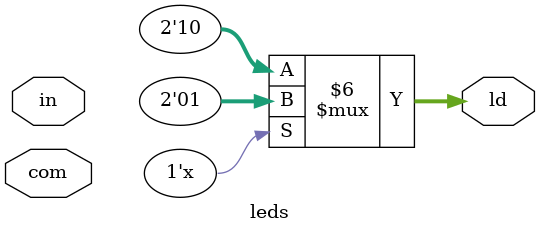
<source format=v>
`timescale 1ns / 1ps
module leds(
    input [31:0] in,
	 input [7:0] com,
	 output reg  [1:0] ld
    );

reg [31:0] x;	 
always @(*)
			begin
			x<=(in*10)/58;
			if(x>com)
			begin
			ld=2'b01;
			end
			else
			begin
			ld=2'b10;
			end
			end
	
endmodule




</source>
